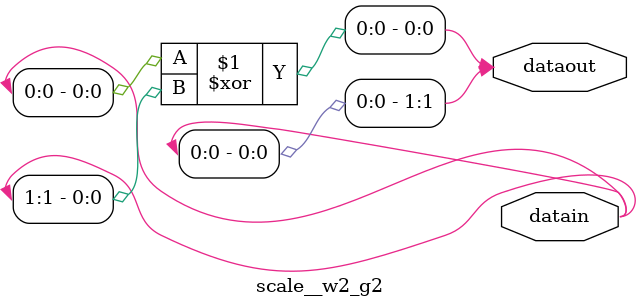
<source format=v>
`timescale 1ns / 1ps


module scale__w2_g2(output wire [1:0] dataout,output wire [1:0] datain);
 assign dataout[1]=datain[0];
 assign dataout[0]=datain[0] ^ datain[1];
    
    
endmodule

</source>
